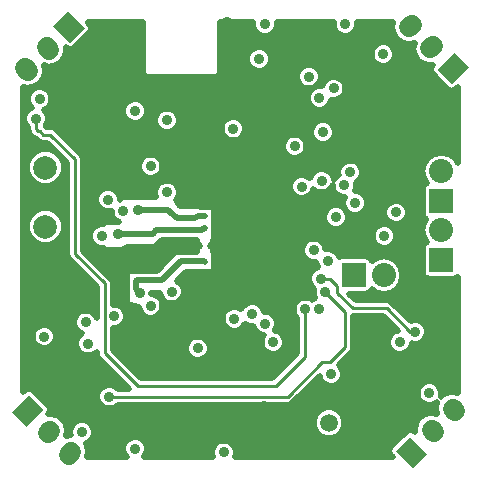
<source format=gbr>
G04 #@! TF.FileFunction,Copper,L2,Inr,Signal*
%FSLAX46Y46*%
G04 Gerber Fmt 4.6, Leading zero omitted, Abs format (unit mm)*
G04 Created by KiCad (PCBNEW (2014-12-04 BZR 5312)-product) date 8/23/2015 4:43:04 PM*
%MOMM*%
G01*
G04 APERTURE LIST*
%ADD10C,0.100000*%
%ADD11R,2.032000X2.032000*%
%ADD12O,2.032000X2.032000*%
%ADD13C,0.900000*%
%ADD14R,1.000000X1.000000*%
%ADD15C,1.727200*%
%ADD16R,2.235200X2.235200*%
%ADD17C,1.500000*%
%ADD18C,2.000000*%
%ADD19C,0.889000*%
%ADD20C,0.254000*%
%ADD21C,0.508000*%
%ADD22C,0.500000*%
G04 APERTURE END LIST*
D10*
D11*
X167000000Y-91750000D03*
D12*
X167000000Y-89210000D03*
D13*
X158900000Y-71750000D03*
X152100000Y-71750000D03*
D14*
X150000000Y-90000000D03*
X150000000Y-89000000D03*
X150000000Y-88000000D03*
X150000000Y-87000000D03*
X149000000Y-90000000D03*
X149000000Y-89000000D03*
X149000000Y-88000000D03*
X149000000Y-87000000D03*
X148000000Y-87000000D03*
X148000000Y-88000000D03*
X148000000Y-90000000D03*
X148000000Y-89000000D03*
X147000000Y-87000000D03*
X147000000Y-93000000D03*
X148000000Y-91000000D03*
X148000000Y-92000000D03*
X148000000Y-93000000D03*
X149000000Y-93000000D03*
X149000000Y-92000000D03*
X149000000Y-91000000D03*
X150000000Y-91000000D03*
X150000000Y-92000000D03*
X150000000Y-93000000D03*
X151000000Y-93000000D03*
X152000000Y-93000000D03*
X153000000Y-93000000D03*
X153000000Y-92000000D03*
X153000000Y-91000000D03*
X153000000Y-90000000D03*
X153000000Y-89000000D03*
X153000000Y-88000000D03*
X153000000Y-87000000D03*
X152000000Y-87000000D03*
X151000000Y-87000000D03*
X151000000Y-88000000D03*
X152000000Y-88000000D03*
X152000000Y-89000000D03*
X151000000Y-89000000D03*
X151000000Y-90000000D03*
X152000000Y-90000000D03*
X152000000Y-91000000D03*
X151000000Y-91000000D03*
X151000000Y-92000000D03*
X152000000Y-92000000D03*
D10*
G36*
X131892237Y-105829078D02*
X130670922Y-104607763D01*
X132107763Y-103170922D01*
X133329078Y-104392237D01*
X131892237Y-105829078D01*
X131892237Y-105829078D01*
G37*
D15*
X133688288Y-106403814D02*
X133903814Y-106188288D01*
X135484339Y-108199865D02*
X135699865Y-107984339D01*
D10*
G36*
X168107763Y-74170922D02*
X169329078Y-75392237D01*
X167892237Y-76829078D01*
X166670922Y-75607763D01*
X168107763Y-74170922D01*
X168107763Y-74170922D01*
G37*
D15*
X166311712Y-73596186D02*
X166096186Y-73811712D01*
X164515661Y-71800135D02*
X164300135Y-72015661D01*
D10*
G36*
X165829078Y-108107763D02*
X164607763Y-109329078D01*
X163170922Y-107892237D01*
X164392237Y-106670922D01*
X165829078Y-108107763D01*
X165829078Y-108107763D01*
G37*
D15*
X166403814Y-106311712D02*
X166188288Y-106096186D01*
X168199865Y-104515661D02*
X167984339Y-104300135D01*
D10*
G36*
X134170922Y-71892237D02*
X135392237Y-70670922D01*
X136829078Y-72107763D01*
X135607763Y-73329078D01*
X134170922Y-71892237D01*
X134170922Y-71892237D01*
G37*
D15*
X133596186Y-73688288D02*
X133811712Y-73903814D01*
X131800135Y-75484339D02*
X132015661Y-75699865D01*
D11*
X167000000Y-86750000D03*
D12*
X167000000Y-84210000D03*
D16*
X167000000Y-94250000D03*
D17*
X157500000Y-105500000D03*
X155500000Y-105500000D03*
D18*
X133500000Y-88900000D03*
X133500000Y-83900000D03*
D11*
X159600000Y-93000000D03*
D12*
X162140000Y-93000000D03*
D19*
X158000000Y-103000000D03*
X161850000Y-100900000D03*
X141300000Y-87500000D03*
X166200000Y-80400000D03*
X141200000Y-85000000D03*
X148000000Y-78500000D03*
X148000000Y-81250000D03*
X148000000Y-79750000D03*
X148000000Y-82500000D03*
X148000000Y-83750000D03*
X144750000Y-78500000D03*
X141000000Y-72000000D03*
X141000000Y-74500000D03*
X141750000Y-76750000D03*
X144750000Y-76750000D03*
X145500000Y-79750000D03*
X145500000Y-81250000D03*
X145500000Y-83750000D03*
X145500000Y-82500000D03*
X143250000Y-76750000D03*
X141000000Y-75750000D03*
X141000000Y-73250000D03*
X161100000Y-79000000D03*
X137600000Y-83900000D03*
X152000000Y-104100000D03*
X152500000Y-100900000D03*
X163000000Y-84400000D03*
X152800000Y-80600000D03*
X150700000Y-78800000D03*
X158300000Y-90400000D03*
X141500000Y-94500000D03*
X139600000Y-89500000D03*
X148900000Y-71600000D03*
X148900000Y-75100000D03*
X148000000Y-77000000D03*
X148900000Y-76300000D03*
X148900000Y-73900000D03*
X148900000Y-72700000D03*
X162500000Y-82800000D03*
X146800000Y-100900000D03*
X138600000Y-77900000D03*
X137400000Y-100600000D03*
X157500000Y-79600000D03*
X139700000Y-106200000D03*
X160400000Y-106500000D03*
X133800000Y-92900000D03*
X135500000Y-97000000D03*
X150600000Y-73100000D03*
X160400000Y-73100000D03*
X136900000Y-97000000D03*
X142400000Y-83800000D03*
X138800000Y-86600000D03*
X149400000Y-80600000D03*
X144200000Y-94400000D03*
X156200000Y-90900000D03*
X151000000Y-96300000D03*
X139300000Y-96500000D03*
X137100000Y-98800000D03*
X163500000Y-98700000D03*
X140100000Y-87600000D03*
X141100000Y-107700000D03*
X152800000Y-98700000D03*
X146400000Y-99200000D03*
X162200000Y-89700000D03*
X158100000Y-88100000D03*
X159300000Y-84300000D03*
X163200000Y-87700000D03*
X138300000Y-89700000D03*
X142400000Y-95600000D03*
X157700000Y-101400000D03*
X157900000Y-77200000D03*
X148600000Y-108000000D03*
X141100000Y-79100000D03*
X133400000Y-98200000D03*
X149500000Y-96700000D03*
X152100000Y-97100000D03*
X136600000Y-106300000D03*
X162100000Y-74300000D03*
X166000000Y-103000000D03*
X133000000Y-78100000D03*
X155800000Y-76200000D03*
X151600000Y-74700000D03*
X143800000Y-86000000D03*
X156700000Y-78000000D03*
X155200000Y-85500000D03*
X159700000Y-86900000D03*
X158800000Y-85400000D03*
X157200000Y-94400000D03*
X138900000Y-103300000D03*
X156800000Y-93300000D03*
X164800000Y-97800000D03*
X155500000Y-95900000D03*
X132700000Y-79750000D03*
X156900000Y-85000000D03*
X156700000Y-95850000D03*
X157400000Y-91800000D03*
X154600000Y-82100000D03*
X157000000Y-80900000D03*
X143800000Y-79900000D03*
D20*
X158000000Y-103000000D02*
X160400000Y-103000000D01*
X161850000Y-101550000D02*
X161850000Y-100900000D01*
X160400000Y-103000000D02*
X161850000Y-101550000D01*
D21*
X147000000Y-88000000D02*
X146400000Y-88000000D01*
X141300000Y-87500000D02*
X143900000Y-87500000D01*
X143900000Y-87500000D02*
X144050000Y-87650000D01*
X144050000Y-87650000D02*
X144600000Y-88200000D01*
X144600000Y-88200000D02*
X146200000Y-88200000D01*
X146400000Y-88000000D02*
X146200000Y-88200000D01*
X146900000Y-91800000D02*
X147000000Y-91900000D01*
X146300000Y-91800000D02*
X146900000Y-91800000D01*
X141500000Y-94600000D02*
X141500000Y-94500000D01*
X145000000Y-91800000D02*
X146300000Y-91800000D01*
X143400000Y-93400000D02*
X145000000Y-91800000D01*
X141300000Y-93400000D02*
X143400000Y-93400000D01*
X141200000Y-93500000D02*
X141300000Y-93400000D01*
X141200000Y-94200000D02*
X141200000Y-93500000D01*
X141500000Y-94500000D02*
X141200000Y-94200000D01*
X146700000Y-89200000D02*
X147000000Y-89000000D01*
X142600000Y-89500000D02*
X142900000Y-89200000D01*
X142900000Y-89200000D02*
X146700000Y-89200000D01*
X139600000Y-89500000D02*
X142600000Y-89500000D01*
D20*
X138900000Y-103300000D02*
X154000000Y-103300000D01*
X158900000Y-96100000D02*
X157200000Y-94400000D01*
X158900000Y-99100000D02*
X158900000Y-96100000D01*
X157600000Y-100400000D02*
X158900000Y-99100000D01*
X156900000Y-100400000D02*
X157600000Y-100400000D01*
X154000000Y-103300000D02*
X156900000Y-100400000D01*
X156800000Y-93300000D02*
X157600000Y-93300000D01*
X164400000Y-97800000D02*
X164800000Y-97800000D01*
X162400000Y-95800000D02*
X164400000Y-97800000D01*
X159500000Y-95800000D02*
X162400000Y-95800000D01*
X158200000Y-94500000D02*
X159500000Y-95800000D01*
X158200000Y-93900000D02*
X158200000Y-94500000D01*
X157600000Y-93300000D02*
X158200000Y-93900000D01*
X132700000Y-79750000D02*
X132700000Y-80650000D01*
X155500000Y-95900000D02*
X155500000Y-99900000D01*
X133900000Y-81100000D02*
X133600000Y-81100000D01*
X136000000Y-83200000D02*
X133900000Y-81100000D01*
X136000000Y-91200000D02*
X136000000Y-83200000D01*
X138500000Y-93700000D02*
X136000000Y-91200000D01*
X138500000Y-99600000D02*
X138500000Y-93700000D01*
X141300000Y-102400000D02*
X138500000Y-99600000D01*
X153000000Y-102400000D02*
X141300000Y-102400000D01*
X155500000Y-99900000D02*
X153000000Y-102400000D01*
X133300000Y-81100000D02*
X133600000Y-81100000D01*
X133000000Y-80800000D02*
X133300000Y-81100000D01*
X132850000Y-80800000D02*
X133000000Y-80800000D01*
X132700000Y-80650000D02*
X132850000Y-80800000D01*
D22*
G36*
X168400000Y-102951836D02*
X167962645Y-102864841D01*
X167421684Y-102972445D01*
X166963079Y-103278875D01*
X166957664Y-103286977D01*
X166994327Y-103198686D01*
X166994672Y-102803050D01*
X166843587Y-102437397D01*
X166564074Y-102157396D01*
X166198686Y-102005673D01*
X165803050Y-102005328D01*
X165794672Y-102008789D01*
X165794672Y-97603050D01*
X165643587Y-97237397D01*
X165364074Y-96957396D01*
X164998686Y-96805673D01*
X164603050Y-96805328D01*
X164433009Y-96875587D01*
X164194672Y-96637250D01*
X164194672Y-87503050D01*
X164043587Y-87137397D01*
X163764074Y-86857396D01*
X163398686Y-86705673D01*
X163094672Y-86705407D01*
X163094672Y-74103050D01*
X162943587Y-73737397D01*
X162664074Y-73457396D01*
X162298686Y-73305673D01*
X161903050Y-73305328D01*
X161537397Y-73456413D01*
X161257396Y-73735926D01*
X161105673Y-74101314D01*
X161105328Y-74496950D01*
X161256413Y-74862603D01*
X161535926Y-75142604D01*
X161901314Y-75294327D01*
X162296950Y-75294672D01*
X162662603Y-75143587D01*
X162942604Y-74864074D01*
X163094327Y-74498686D01*
X163094672Y-74103050D01*
X163094672Y-86705407D01*
X163003050Y-86705328D01*
X162637397Y-86856413D01*
X162357396Y-87135926D01*
X162205673Y-87501314D01*
X162205328Y-87896950D01*
X162356413Y-88262603D01*
X162635926Y-88542604D01*
X163001314Y-88694327D01*
X163396950Y-88694672D01*
X163762603Y-88543587D01*
X164042604Y-88264074D01*
X164194327Y-87898686D01*
X164194672Y-87503050D01*
X164194672Y-96637250D01*
X162878711Y-95321289D01*
X162659077Y-95174534D01*
X162400000Y-95123000D01*
X159780422Y-95123000D01*
X159234197Y-94576775D01*
X160616000Y-94576775D01*
X160825713Y-94536086D01*
X161010032Y-94415008D01*
X161133413Y-94232224D01*
X161138170Y-94208501D01*
X161540718Y-94477475D01*
X162140000Y-94596680D01*
X162739282Y-94477475D01*
X163247329Y-94138009D01*
X163586795Y-93629962D01*
X163706000Y-93030680D01*
X163706000Y-92969320D01*
X163586795Y-92370038D01*
X163247329Y-91861991D01*
X163194672Y-91826806D01*
X163194672Y-89503050D01*
X163043587Y-89137397D01*
X162764074Y-88857396D01*
X162398686Y-88705673D01*
X162003050Y-88705328D01*
X161637397Y-88856413D01*
X161357396Y-89135926D01*
X161205673Y-89501314D01*
X161205328Y-89896950D01*
X161356413Y-90262603D01*
X161635926Y-90542604D01*
X162001314Y-90694327D01*
X162396950Y-90694672D01*
X162762603Y-90543587D01*
X163042604Y-90264074D01*
X163194327Y-89898686D01*
X163194672Y-89503050D01*
X163194672Y-91826806D01*
X162739282Y-91522525D01*
X162140000Y-91403320D01*
X161540718Y-91522525D01*
X161139281Y-91790756D01*
X161136086Y-91774287D01*
X161015008Y-91589968D01*
X160832224Y-91466587D01*
X160694672Y-91439002D01*
X160694672Y-86703050D01*
X160543587Y-86337397D01*
X160264074Y-86057396D01*
X159898686Y-85905673D01*
X159666938Y-85905470D01*
X159794327Y-85598686D01*
X159794672Y-85203050D01*
X159783591Y-85176233D01*
X159862603Y-85143587D01*
X160142604Y-84864074D01*
X160294327Y-84498686D01*
X160294672Y-84103050D01*
X160143587Y-83737397D01*
X159864074Y-83457396D01*
X159498686Y-83305673D01*
X159103050Y-83305328D01*
X158894672Y-83391428D01*
X158894672Y-77003050D01*
X158743587Y-76637397D01*
X158464074Y-76357396D01*
X158098686Y-76205673D01*
X157703050Y-76205328D01*
X157337397Y-76356413D01*
X157057396Y-76635926D01*
X156905673Y-77001314D01*
X156905666Y-77008571D01*
X156898686Y-77005673D01*
X156794672Y-77005582D01*
X156794672Y-76003050D01*
X156643587Y-75637397D01*
X156364074Y-75357396D01*
X155998686Y-75205673D01*
X155603050Y-75205328D01*
X155237397Y-75356413D01*
X154957396Y-75635926D01*
X154805673Y-76001314D01*
X154805328Y-76396950D01*
X154956413Y-76762603D01*
X155235926Y-77042604D01*
X155601314Y-77194327D01*
X155996950Y-77194672D01*
X156362603Y-77043587D01*
X156642604Y-76764074D01*
X156794327Y-76398686D01*
X156794672Y-76003050D01*
X156794672Y-77005582D01*
X156503050Y-77005328D01*
X156137397Y-77156413D01*
X155857396Y-77435926D01*
X155705673Y-77801314D01*
X155705328Y-78196950D01*
X155856413Y-78562603D01*
X156135926Y-78842604D01*
X156501314Y-78994327D01*
X156896950Y-78994672D01*
X157262603Y-78843587D01*
X157542604Y-78564074D01*
X157694327Y-78198686D01*
X157694333Y-78191428D01*
X157701314Y-78194327D01*
X158096950Y-78194672D01*
X158462603Y-78043587D01*
X158742604Y-77764074D01*
X158894327Y-77398686D01*
X158894672Y-77003050D01*
X158894672Y-83391428D01*
X158737397Y-83456413D01*
X158457396Y-83735926D01*
X158305673Y-84101314D01*
X158305328Y-84496950D01*
X158316408Y-84523766D01*
X158237397Y-84556413D01*
X157994672Y-84798714D01*
X157994672Y-80703050D01*
X157843587Y-80337397D01*
X157564074Y-80057396D01*
X157198686Y-79905673D01*
X156803050Y-79905328D01*
X156437397Y-80056413D01*
X156157396Y-80335926D01*
X156005673Y-80701314D01*
X156005328Y-81096950D01*
X156156413Y-81462603D01*
X156435926Y-81742604D01*
X156801314Y-81894327D01*
X157196950Y-81894672D01*
X157562603Y-81743587D01*
X157842604Y-81464074D01*
X157994327Y-81098686D01*
X157994672Y-80703050D01*
X157994672Y-84798714D01*
X157957396Y-84835926D01*
X157894511Y-84987368D01*
X157894672Y-84803050D01*
X157743587Y-84437397D01*
X157464074Y-84157396D01*
X157098686Y-84005673D01*
X156703050Y-84005328D01*
X156337397Y-84156413D01*
X156057396Y-84435926D01*
X155906280Y-84799850D01*
X155764074Y-84657396D01*
X155594672Y-84587053D01*
X155594672Y-81903050D01*
X155443587Y-81537397D01*
X155164074Y-81257396D01*
X154798686Y-81105673D01*
X154403050Y-81105328D01*
X154037397Y-81256413D01*
X153757396Y-81535926D01*
X153605673Y-81901314D01*
X153605328Y-82296950D01*
X153756413Y-82662603D01*
X154035926Y-82942604D01*
X154401314Y-83094327D01*
X154796950Y-83094672D01*
X155162603Y-82943587D01*
X155442604Y-82664074D01*
X155594327Y-82298686D01*
X155594672Y-81903050D01*
X155594672Y-84587053D01*
X155398686Y-84505673D01*
X155003050Y-84505328D01*
X154637397Y-84656413D01*
X154357396Y-84935926D01*
X154205673Y-85301314D01*
X154205328Y-85696950D01*
X154356413Y-86062603D01*
X154635926Y-86342604D01*
X155001314Y-86494327D01*
X155396950Y-86494672D01*
X155762603Y-86343587D01*
X156042604Y-86064074D01*
X156193719Y-85700149D01*
X156335926Y-85842604D01*
X156701314Y-85994327D01*
X157096950Y-85994672D01*
X157462603Y-85843587D01*
X157742604Y-85564074D01*
X157805488Y-85412631D01*
X157805328Y-85596950D01*
X157956413Y-85962603D01*
X158235926Y-86242604D01*
X158601314Y-86394327D01*
X158833061Y-86394529D01*
X158705673Y-86701314D01*
X158705328Y-87096950D01*
X158847577Y-87441220D01*
X158664074Y-87257396D01*
X158298686Y-87105673D01*
X157903050Y-87105328D01*
X157537397Y-87256413D01*
X157257396Y-87535926D01*
X157105673Y-87901314D01*
X157105328Y-88296950D01*
X157256413Y-88662603D01*
X157535926Y-88942604D01*
X157901314Y-89094327D01*
X158296950Y-89094672D01*
X158662603Y-88943587D01*
X158942604Y-88664074D01*
X159094327Y-88298686D01*
X159094672Y-87903050D01*
X158952422Y-87558779D01*
X159135926Y-87742604D01*
X159501314Y-87894327D01*
X159896950Y-87894672D01*
X160262603Y-87743587D01*
X160542604Y-87464074D01*
X160694327Y-87098686D01*
X160694672Y-86703050D01*
X160694672Y-91439002D01*
X160616000Y-91423225D01*
X158584000Y-91423225D01*
X158374287Y-91463914D01*
X158345103Y-91483084D01*
X158243587Y-91237397D01*
X157964074Y-90957396D01*
X157598686Y-90805673D01*
X157203050Y-90805328D01*
X157194579Y-90808827D01*
X157194672Y-90703050D01*
X157043587Y-90337397D01*
X156764074Y-90057396D01*
X156398686Y-89905673D01*
X156003050Y-89905328D01*
X155637397Y-90056413D01*
X155357396Y-90335926D01*
X155205673Y-90701314D01*
X155205328Y-91096950D01*
X155356413Y-91462603D01*
X155635926Y-91742604D01*
X156001314Y-91894327D01*
X156396950Y-91894672D01*
X156405420Y-91891172D01*
X156405328Y-91996950D01*
X156542999Y-92330140D01*
X156237397Y-92456413D01*
X155957396Y-92735926D01*
X155805673Y-93101314D01*
X155805328Y-93496950D01*
X155956413Y-93862603D01*
X156231777Y-94138448D01*
X156205673Y-94201314D01*
X156205328Y-94596950D01*
X156339935Y-94922725D01*
X156137397Y-95006413D01*
X156075180Y-95068521D01*
X156064074Y-95057396D01*
X155698686Y-94905673D01*
X155303050Y-94905328D01*
X154937397Y-95056413D01*
X154657396Y-95335926D01*
X154505673Y-95701314D01*
X154505328Y-96096950D01*
X154656413Y-96462603D01*
X154823000Y-96629480D01*
X154823000Y-99619578D01*
X153794672Y-100647906D01*
X153794672Y-98503050D01*
X153643587Y-98137397D01*
X153364074Y-97857396D01*
X152998686Y-97705673D01*
X152901017Y-97705587D01*
X152942604Y-97664074D01*
X153094327Y-97298686D01*
X153094672Y-96903050D01*
X152943587Y-96537397D01*
X152664074Y-96257396D01*
X152594672Y-96228577D01*
X152594672Y-74503050D01*
X152443587Y-74137397D01*
X152164074Y-73857396D01*
X151798686Y-73705673D01*
X151403050Y-73705328D01*
X151037397Y-73856413D01*
X150757396Y-74135926D01*
X150605673Y-74501314D01*
X150605328Y-74896950D01*
X150756413Y-75262603D01*
X151035926Y-75542604D01*
X151401314Y-75694327D01*
X151796950Y-75694672D01*
X152162603Y-75543587D01*
X152442604Y-75264074D01*
X152594327Y-74898686D01*
X152594672Y-74503050D01*
X152594672Y-96228577D01*
X152298686Y-96105673D01*
X151994669Y-96105407D01*
X151994672Y-96103050D01*
X151843587Y-95737397D01*
X151564074Y-95457396D01*
X151198686Y-95305673D01*
X150803050Y-95305328D01*
X150437397Y-95456413D01*
X150394672Y-95499063D01*
X150394672Y-80403050D01*
X150243587Y-80037397D01*
X149964074Y-79757396D01*
X149598686Y-79605673D01*
X149203050Y-79605328D01*
X148837397Y-79756413D01*
X148557396Y-80035926D01*
X148405673Y-80401314D01*
X148405328Y-80796950D01*
X148556413Y-81162603D01*
X148835926Y-81442604D01*
X149201314Y-81594327D01*
X149596950Y-81594672D01*
X149962603Y-81443587D01*
X150242604Y-81164074D01*
X150394327Y-80798686D01*
X150394672Y-80403050D01*
X150394672Y-95499063D01*
X150157396Y-95735926D01*
X150094359Y-95887734D01*
X150064074Y-95857396D01*
X149698686Y-95705673D01*
X149303050Y-95705328D01*
X148937397Y-95856413D01*
X148657396Y-96135926D01*
X148505673Y-96501314D01*
X148505328Y-96896950D01*
X148656413Y-97262603D01*
X148935926Y-97542604D01*
X149301314Y-97694327D01*
X149696950Y-97694672D01*
X150062603Y-97543587D01*
X150342604Y-97264074D01*
X150405640Y-97112265D01*
X150435926Y-97142604D01*
X150801314Y-97294327D01*
X151105330Y-97294592D01*
X151105328Y-97296950D01*
X151256413Y-97662603D01*
X151535926Y-97942604D01*
X151901314Y-98094327D01*
X151998982Y-98094412D01*
X151957396Y-98135926D01*
X151805673Y-98501314D01*
X151805328Y-98896950D01*
X151956413Y-99262603D01*
X152235926Y-99542604D01*
X152601314Y-99694327D01*
X152996950Y-99694672D01*
X153362603Y-99543587D01*
X153642604Y-99264074D01*
X153794327Y-98898686D01*
X153794672Y-98503050D01*
X153794672Y-100647906D01*
X152719578Y-101723000D01*
X147775000Y-101723000D01*
X147775000Y-92775000D01*
X147775000Y-91075000D01*
X147676934Y-91075000D01*
X147677117Y-90865927D01*
X147574267Y-90617011D01*
X147457422Y-90499962D01*
X147573598Y-90383990D01*
X147676882Y-90135254D01*
X147676978Y-90025000D01*
X147775000Y-90025000D01*
X147775000Y-87050000D01*
X146830882Y-87050000D01*
X146180882Y-87150000D01*
X144920806Y-87150000D01*
X144538515Y-86667981D01*
X144642604Y-86564074D01*
X144794327Y-86198686D01*
X144794672Y-85803050D01*
X144794672Y-79703050D01*
X144643587Y-79337397D01*
X144364074Y-79057396D01*
X143998686Y-78905673D01*
X143603050Y-78905328D01*
X143237397Y-79056413D01*
X142957396Y-79335926D01*
X142805673Y-79701314D01*
X142805328Y-80096950D01*
X142956413Y-80462603D01*
X143235926Y-80742604D01*
X143601314Y-80894327D01*
X143996950Y-80894672D01*
X144362603Y-80743587D01*
X144642604Y-80464074D01*
X144794327Y-80098686D01*
X144794672Y-79703050D01*
X144794672Y-85803050D01*
X144643587Y-85437397D01*
X144364074Y-85157396D01*
X143998686Y-85005673D01*
X143603050Y-85005328D01*
X143394672Y-85091428D01*
X143394672Y-83603050D01*
X143243587Y-83237397D01*
X142964074Y-82957396D01*
X142598686Y-82805673D01*
X142203050Y-82805328D01*
X142094672Y-82850108D01*
X142094672Y-78903050D01*
X141943587Y-78537397D01*
X141664074Y-78257396D01*
X141298686Y-78105673D01*
X140903050Y-78105328D01*
X140537397Y-78256413D01*
X140257396Y-78535926D01*
X140105673Y-78901314D01*
X140105328Y-79296950D01*
X140256413Y-79662603D01*
X140535926Y-79942604D01*
X140901314Y-80094327D01*
X141296950Y-80094672D01*
X141662603Y-79943587D01*
X141942604Y-79664074D01*
X142094327Y-79298686D01*
X142094672Y-78903050D01*
X142094672Y-82850108D01*
X141837397Y-82956413D01*
X141557396Y-83235926D01*
X141405673Y-83601314D01*
X141405328Y-83996950D01*
X141556413Y-84362603D01*
X141835926Y-84642604D01*
X142201314Y-84794327D01*
X142596950Y-84794672D01*
X142962603Y-84643587D01*
X143242604Y-84364074D01*
X143394327Y-83998686D01*
X143394672Y-83603050D01*
X143394672Y-85091428D01*
X143237397Y-85156413D01*
X142957396Y-85435926D01*
X142805673Y-85801314D01*
X142805328Y-86196950D01*
X142899556Y-86425000D01*
X139850000Y-86425000D01*
X139850000Y-86627247D01*
X139794456Y-86650198D01*
X139794672Y-86403050D01*
X139643587Y-86037397D01*
X139364074Y-85757396D01*
X138998686Y-85605673D01*
X138603050Y-85605328D01*
X138237397Y-85756413D01*
X137957396Y-86035926D01*
X137805673Y-86401314D01*
X137805328Y-86796950D01*
X137956413Y-87162603D01*
X138235926Y-87442604D01*
X138601314Y-87594327D01*
X138996950Y-87594672D01*
X139105543Y-87549801D01*
X139105328Y-87796950D01*
X139256413Y-88162603D01*
X139535926Y-88442604D01*
X139734356Y-88525000D01*
X138475000Y-88525000D01*
X138475000Y-88705652D01*
X138103050Y-88705328D01*
X137737397Y-88856413D01*
X137457396Y-89135926D01*
X137305673Y-89501314D01*
X137305328Y-89896950D01*
X137456413Y-90262603D01*
X137735926Y-90542604D01*
X138101314Y-90694327D01*
X138475000Y-90694652D01*
X138475000Y-90850000D01*
X139947172Y-90850000D01*
X140522172Y-90625000D01*
X142806683Y-90625000D01*
X143381683Y-90025000D01*
X146322978Y-90025000D01*
X146322883Y-90134073D01*
X146425733Y-90382989D01*
X146542577Y-90500037D01*
X146426402Y-90616010D01*
X146323118Y-90864746D01*
X146322934Y-91075000D01*
X144700000Y-91075000D01*
X144496447Y-91075000D01*
X142921447Y-92650000D01*
X140400000Y-92650000D01*
X140400000Y-95467070D01*
X141367239Y-95725000D01*
X141405390Y-95725000D01*
X141405328Y-95796950D01*
X141556413Y-96162603D01*
X141835926Y-96442604D01*
X142201314Y-96594327D01*
X142596950Y-96594672D01*
X142962603Y-96443587D01*
X143242604Y-96164074D01*
X143394327Y-95798686D01*
X143394672Y-95403050D01*
X143243587Y-95037397D01*
X142964074Y-94757396D01*
X142598686Y-94605673D01*
X142475000Y-94605565D01*
X142475000Y-94525000D01*
X143205390Y-94525000D01*
X143205328Y-94596950D01*
X143356413Y-94962603D01*
X143635926Y-95242604D01*
X144001314Y-95394327D01*
X144396950Y-95394672D01*
X144762603Y-95243587D01*
X145042604Y-94964074D01*
X145194327Y-94598686D01*
X145194672Y-94203050D01*
X145043587Y-93837397D01*
X144764074Y-93557396D01*
X144637325Y-93504765D01*
X145377516Y-92775000D01*
X147775000Y-92775000D01*
X147775000Y-101723000D01*
X147394672Y-101723000D01*
X147394672Y-99003050D01*
X147243587Y-98637397D01*
X146964074Y-98357396D01*
X146598686Y-98205673D01*
X146203050Y-98205328D01*
X145837397Y-98356413D01*
X145557396Y-98635926D01*
X145405673Y-99001314D01*
X145405328Y-99396950D01*
X145556413Y-99762603D01*
X145835926Y-100042604D01*
X146201314Y-100194327D01*
X146596950Y-100194672D01*
X146962603Y-100043587D01*
X147242604Y-99764074D01*
X147394327Y-99398686D01*
X147394672Y-99003050D01*
X147394672Y-101723000D01*
X141580422Y-101723000D01*
X139177000Y-99319578D01*
X139177000Y-97494392D01*
X139496950Y-97494672D01*
X139862603Y-97343587D01*
X140142604Y-97064074D01*
X140294327Y-96698686D01*
X140294672Y-96303050D01*
X140143587Y-95937397D01*
X139864074Y-95657396D01*
X139498686Y-95505673D01*
X139177000Y-95505392D01*
X139177000Y-93700000D01*
X139125466Y-93440924D01*
X139125466Y-93440923D01*
X138978711Y-93221289D01*
X136677000Y-90919578D01*
X136677000Y-83200000D01*
X136625466Y-82940924D01*
X136625466Y-82940923D01*
X136552088Y-82831106D01*
X136478711Y-82721289D01*
X136478711Y-82721288D01*
X134378711Y-80621289D01*
X134159077Y-80474534D01*
X133900000Y-80423000D01*
X133600000Y-80423000D01*
X133580422Y-80423000D01*
X133507018Y-80349596D01*
X133542604Y-80314074D01*
X133694327Y-79948686D01*
X133694672Y-79553050D01*
X133543587Y-79187397D01*
X133376828Y-79020347D01*
X133562603Y-78943587D01*
X133842604Y-78664074D01*
X133994327Y-78298686D01*
X133994672Y-77903050D01*
X133843587Y-77537397D01*
X133564074Y-77257396D01*
X133198686Y-77105673D01*
X132803050Y-77105328D01*
X132437397Y-77256413D01*
X132157396Y-77535926D01*
X132005673Y-77901314D01*
X132005328Y-78296950D01*
X132156413Y-78662603D01*
X132323171Y-78829652D01*
X132137397Y-78906413D01*
X131857396Y-79185926D01*
X131705673Y-79551314D01*
X131705328Y-79946950D01*
X131856413Y-80312603D01*
X132023000Y-80479480D01*
X132023000Y-80650000D01*
X132074534Y-80909077D01*
X132221289Y-81128711D01*
X132371289Y-81278711D01*
X132590923Y-81425466D01*
X132590924Y-81425466D01*
X132687193Y-81444615D01*
X132821289Y-81578711D01*
X133040923Y-81725466D01*
X133040924Y-81725466D01*
X133300000Y-81777000D01*
X133600000Y-81777000D01*
X133619577Y-81777000D01*
X135323000Y-83480422D01*
X135323000Y-91200000D01*
X135374534Y-91459077D01*
X135521289Y-91678711D01*
X137823000Y-93980422D01*
X137823000Y-96629590D01*
X137743587Y-96437397D01*
X137464074Y-96157396D01*
X137098686Y-96005673D01*
X136703050Y-96005328D01*
X136337397Y-96156413D01*
X136057396Y-96435926D01*
X135905673Y-96801314D01*
X135905328Y-97196950D01*
X136056413Y-97562603D01*
X136335926Y-97842604D01*
X136573791Y-97941374D01*
X136537397Y-97956413D01*
X136257396Y-98235926D01*
X136105673Y-98601314D01*
X136105328Y-98996950D01*
X136256413Y-99362603D01*
X136535926Y-99642604D01*
X136901314Y-99794327D01*
X137296950Y-99794672D01*
X137662603Y-99643587D01*
X137823000Y-99483469D01*
X137823000Y-99600000D01*
X137874534Y-99859077D01*
X138021289Y-100078711D01*
X140565578Y-102623000D01*
X139629389Y-102623000D01*
X139464074Y-102457396D01*
X139098686Y-102305673D01*
X138703050Y-102305328D01*
X138337397Y-102456413D01*
X138057396Y-102735926D01*
X137905673Y-103101314D01*
X137905328Y-103496950D01*
X138056413Y-103862603D01*
X138335926Y-104142604D01*
X138701314Y-104294327D01*
X139096950Y-104294672D01*
X139462603Y-104143587D01*
X139629480Y-103977000D01*
X154000000Y-103977000D01*
X154259076Y-103925466D01*
X154259077Y-103925466D01*
X154478711Y-103778711D01*
X156705367Y-101552055D01*
X156705328Y-101596950D01*
X156856413Y-101962603D01*
X157135926Y-102242604D01*
X157501314Y-102394327D01*
X157896950Y-102394672D01*
X158262603Y-102243587D01*
X158542604Y-101964074D01*
X158694327Y-101598686D01*
X158694672Y-101203050D01*
X158543587Y-100837397D01*
X158331990Y-100625431D01*
X159378711Y-99578711D01*
X159378712Y-99578711D01*
X159525466Y-99359077D01*
X159525467Y-99359076D01*
X159577000Y-99100000D01*
X159577000Y-96477000D01*
X162119578Y-96477000D01*
X163347945Y-97705367D01*
X163303050Y-97705328D01*
X162937397Y-97856413D01*
X162657396Y-98135926D01*
X162505673Y-98501314D01*
X162505328Y-98896950D01*
X162656413Y-99262603D01*
X162935926Y-99542604D01*
X163301314Y-99694327D01*
X163696950Y-99694672D01*
X164062603Y-99543587D01*
X164342604Y-99264074D01*
X164494327Y-98898686D01*
X164494456Y-98749955D01*
X164601314Y-98794327D01*
X164996950Y-98794672D01*
X165362603Y-98643587D01*
X165642604Y-98364074D01*
X165794327Y-97998686D01*
X165794672Y-97603050D01*
X165794672Y-102008789D01*
X165437397Y-102156413D01*
X165157396Y-102435926D01*
X165005673Y-102801314D01*
X165005328Y-103196950D01*
X165156413Y-103562603D01*
X165435926Y-103842604D01*
X165801314Y-103994327D01*
X166196950Y-103994672D01*
X166562603Y-103843587D01*
X166653614Y-103752733D01*
X166549045Y-104278441D01*
X166644008Y-104755855D01*
X166166594Y-104660892D01*
X165625633Y-104768496D01*
X165167028Y-105074926D01*
X164860598Y-105533531D01*
X164752994Y-106074492D01*
X164793748Y-106279377D01*
X164788765Y-106274394D01*
X164611704Y-106154876D01*
X164395756Y-106110158D01*
X164179264Y-106152163D01*
X163995709Y-106274394D01*
X162774394Y-107495709D01*
X162654876Y-107672770D01*
X162610158Y-107888718D01*
X162652163Y-108105210D01*
X162774394Y-108288765D01*
X162885629Y-108400000D01*
X158800226Y-108400000D01*
X158800226Y-105242548D01*
X158602729Y-104764571D01*
X158237353Y-104398556D01*
X157759721Y-104200226D01*
X157242548Y-104199774D01*
X156764571Y-104397271D01*
X156398556Y-104762647D01*
X156200226Y-105240279D01*
X156199774Y-105757452D01*
X156397271Y-106235429D01*
X156762647Y-106601444D01*
X157240279Y-106799774D01*
X157757452Y-106800226D01*
X158235429Y-106602729D01*
X158601444Y-106237353D01*
X158799774Y-105759721D01*
X158800226Y-105242548D01*
X158800226Y-108400000D01*
X149510733Y-108400000D01*
X149594327Y-108198686D01*
X149594672Y-107803050D01*
X149443587Y-107437397D01*
X149164074Y-107157396D01*
X148798686Y-107005673D01*
X148403050Y-107005328D01*
X148037397Y-107156413D01*
X147757396Y-107435926D01*
X147605673Y-107801314D01*
X147605328Y-108196950D01*
X147689226Y-108400000D01*
X141806440Y-108400000D01*
X141942604Y-108264074D01*
X142094327Y-107898686D01*
X142094672Y-107503050D01*
X141943587Y-107137397D01*
X141664074Y-106857396D01*
X141298686Y-106705673D01*
X140903050Y-106705328D01*
X140537397Y-106856413D01*
X140257396Y-107135926D01*
X140105673Y-107501314D01*
X140105328Y-107896950D01*
X140256413Y-108262603D01*
X140393570Y-108400000D01*
X137048163Y-108400000D01*
X137135159Y-107962645D01*
X137027555Y-107421683D01*
X136911157Y-107247482D01*
X137162603Y-107143587D01*
X137442604Y-106864074D01*
X137594327Y-106498686D01*
X137594672Y-106103050D01*
X137443587Y-105737397D01*
X137164074Y-105457396D01*
X136798686Y-105305673D01*
X136403050Y-105305328D01*
X136037397Y-105456413D01*
X135757396Y-105735926D01*
X135605673Y-106101314D01*
X135605328Y-106496950D01*
X135634045Y-106566452D01*
X135244144Y-106644008D01*
X135339108Y-106166594D01*
X135231504Y-105625632D01*
X135050268Y-105354393D01*
X135050268Y-88593039D01*
X135050268Y-83593039D01*
X134814792Y-83023143D01*
X134379151Y-82586740D01*
X133809667Y-82350270D01*
X133193039Y-82349732D01*
X132623143Y-82585208D01*
X132186740Y-83020849D01*
X131950270Y-83590333D01*
X131949732Y-84206961D01*
X132185208Y-84776857D01*
X132620849Y-85213260D01*
X133190333Y-85449730D01*
X133806961Y-85450268D01*
X134376857Y-85214792D01*
X134813260Y-84779151D01*
X135049730Y-84209667D01*
X135050268Y-83593039D01*
X135050268Y-88593039D01*
X134814792Y-88023143D01*
X134379151Y-87586740D01*
X133809667Y-87350270D01*
X133193039Y-87349732D01*
X132623143Y-87585208D01*
X132186740Y-88020849D01*
X131950270Y-88590333D01*
X131949732Y-89206961D01*
X132185208Y-89776857D01*
X132620849Y-90213260D01*
X133190333Y-90449730D01*
X133806961Y-90450268D01*
X134376857Y-90214792D01*
X134813260Y-89779151D01*
X135049730Y-89209667D01*
X135050268Y-88593039D01*
X135050268Y-105354393D01*
X134925074Y-105167028D01*
X134466470Y-104860598D01*
X134394672Y-104846316D01*
X134394672Y-98003050D01*
X134243587Y-97637397D01*
X133964074Y-97357396D01*
X133598686Y-97205673D01*
X133203050Y-97205328D01*
X132837397Y-97356413D01*
X132557396Y-97635926D01*
X132405673Y-98001314D01*
X132405328Y-98396950D01*
X132556413Y-98762603D01*
X132835926Y-99042604D01*
X133201314Y-99194327D01*
X133596950Y-99194672D01*
X133962603Y-99043587D01*
X134242604Y-98764074D01*
X134394327Y-98398686D01*
X134394672Y-98003050D01*
X134394672Y-104846316D01*
X133925508Y-104752994D01*
X133720622Y-104793748D01*
X133725606Y-104788765D01*
X133845124Y-104611704D01*
X133889842Y-104395756D01*
X133847837Y-104179264D01*
X133725606Y-103995709D01*
X132504291Y-102774394D01*
X132327230Y-102654876D01*
X132111282Y-102610158D01*
X131894790Y-102652163D01*
X131711235Y-102774394D01*
X131600000Y-102885629D01*
X131600000Y-77048163D01*
X132037355Y-77135159D01*
X132578317Y-77027555D01*
X133036921Y-76721125D01*
X133343351Y-76262521D01*
X133450955Y-75721559D01*
X133355991Y-75244144D01*
X133833406Y-75339108D01*
X134374368Y-75231504D01*
X134832972Y-74925074D01*
X135139402Y-74466470D01*
X135247006Y-73925508D01*
X135206251Y-73720622D01*
X135211235Y-73725606D01*
X135388296Y-73845124D01*
X135604244Y-73889842D01*
X135820736Y-73847837D01*
X136004291Y-73725606D01*
X137225606Y-72504291D01*
X137345124Y-72327230D01*
X137389842Y-72111282D01*
X137347837Y-71894790D01*
X137225606Y-71711235D01*
X137114371Y-71600000D01*
X141750000Y-71600000D01*
X141750000Y-76003553D01*
X141996447Y-76250000D01*
X148003553Y-76250000D01*
X148250000Y-76003553D01*
X148250000Y-71600000D01*
X151100130Y-71600000D01*
X151099827Y-71948040D01*
X151251747Y-72315714D01*
X151532806Y-72597264D01*
X151900215Y-72749826D01*
X152298040Y-72750173D01*
X152665714Y-72598253D01*
X152947264Y-72317194D01*
X153099826Y-71949785D01*
X153100131Y-71600000D01*
X157900130Y-71600000D01*
X157899827Y-71948040D01*
X158051747Y-72315714D01*
X158332806Y-72597264D01*
X158700215Y-72749826D01*
X159098040Y-72750173D01*
X159465714Y-72598253D01*
X159747264Y-72317194D01*
X159899826Y-71949785D01*
X159900131Y-71600000D01*
X162951836Y-71600000D01*
X162864841Y-72037355D01*
X162972445Y-72578316D01*
X163278875Y-73036921D01*
X163737480Y-73343351D01*
X164278441Y-73450955D01*
X164755855Y-73355991D01*
X164660892Y-73833406D01*
X164768496Y-74374367D01*
X165074926Y-74832972D01*
X165533531Y-75139402D01*
X166074492Y-75247006D01*
X166279377Y-75206251D01*
X166274394Y-75211235D01*
X166154876Y-75388296D01*
X166110158Y-75604244D01*
X166152163Y-75820736D01*
X166274394Y-76004291D01*
X167495709Y-77225606D01*
X167672770Y-77345124D01*
X167888718Y-77389842D01*
X168105210Y-77347837D01*
X168288765Y-77225606D01*
X168400000Y-77114371D01*
X168400000Y-83494768D01*
X168138009Y-83102671D01*
X167629962Y-82763205D01*
X167030680Y-82644000D01*
X166969320Y-82644000D01*
X166370038Y-82763205D01*
X165861991Y-83102671D01*
X165522525Y-83610718D01*
X165403320Y-84210000D01*
X165522525Y-84809282D01*
X165790756Y-85210718D01*
X165774287Y-85213914D01*
X165589968Y-85334992D01*
X165466587Y-85517776D01*
X165423225Y-85734000D01*
X165423225Y-87766000D01*
X165463914Y-87975713D01*
X165584992Y-88160032D01*
X165749476Y-88271060D01*
X165522525Y-88610718D01*
X165403320Y-89210000D01*
X165522525Y-89809282D01*
X165790756Y-90210718D01*
X165774287Y-90213914D01*
X165589968Y-90334992D01*
X165466587Y-90517776D01*
X165423225Y-90734000D01*
X165423225Y-92766000D01*
X165463914Y-92975713D01*
X165584992Y-93160032D01*
X165767776Y-93283413D01*
X165984000Y-93326775D01*
X168016000Y-93326775D01*
X168225713Y-93286086D01*
X168400000Y-93171597D01*
X168400000Y-102951836D01*
X168400000Y-102951836D01*
G37*
X168400000Y-102951836D02*
X167962645Y-102864841D01*
X167421684Y-102972445D01*
X166963079Y-103278875D01*
X166957664Y-103286977D01*
X166994327Y-103198686D01*
X166994672Y-102803050D01*
X166843587Y-102437397D01*
X166564074Y-102157396D01*
X166198686Y-102005673D01*
X165803050Y-102005328D01*
X165794672Y-102008789D01*
X165794672Y-97603050D01*
X165643587Y-97237397D01*
X165364074Y-96957396D01*
X164998686Y-96805673D01*
X164603050Y-96805328D01*
X164433009Y-96875587D01*
X164194672Y-96637250D01*
X164194672Y-87503050D01*
X164043587Y-87137397D01*
X163764074Y-86857396D01*
X163398686Y-86705673D01*
X163094672Y-86705407D01*
X163094672Y-74103050D01*
X162943587Y-73737397D01*
X162664074Y-73457396D01*
X162298686Y-73305673D01*
X161903050Y-73305328D01*
X161537397Y-73456413D01*
X161257396Y-73735926D01*
X161105673Y-74101314D01*
X161105328Y-74496950D01*
X161256413Y-74862603D01*
X161535926Y-75142604D01*
X161901314Y-75294327D01*
X162296950Y-75294672D01*
X162662603Y-75143587D01*
X162942604Y-74864074D01*
X163094327Y-74498686D01*
X163094672Y-74103050D01*
X163094672Y-86705407D01*
X163003050Y-86705328D01*
X162637397Y-86856413D01*
X162357396Y-87135926D01*
X162205673Y-87501314D01*
X162205328Y-87896950D01*
X162356413Y-88262603D01*
X162635926Y-88542604D01*
X163001314Y-88694327D01*
X163396950Y-88694672D01*
X163762603Y-88543587D01*
X164042604Y-88264074D01*
X164194327Y-87898686D01*
X164194672Y-87503050D01*
X164194672Y-96637250D01*
X162878711Y-95321289D01*
X162659077Y-95174534D01*
X162400000Y-95123000D01*
X159780422Y-95123000D01*
X159234197Y-94576775D01*
X160616000Y-94576775D01*
X160825713Y-94536086D01*
X161010032Y-94415008D01*
X161133413Y-94232224D01*
X161138170Y-94208501D01*
X161540718Y-94477475D01*
X162140000Y-94596680D01*
X162739282Y-94477475D01*
X163247329Y-94138009D01*
X163586795Y-93629962D01*
X163706000Y-93030680D01*
X163706000Y-92969320D01*
X163586795Y-92370038D01*
X163247329Y-91861991D01*
X163194672Y-91826806D01*
X163194672Y-89503050D01*
X163043587Y-89137397D01*
X162764074Y-88857396D01*
X162398686Y-88705673D01*
X162003050Y-88705328D01*
X161637397Y-88856413D01*
X161357396Y-89135926D01*
X161205673Y-89501314D01*
X161205328Y-89896950D01*
X161356413Y-90262603D01*
X161635926Y-90542604D01*
X162001314Y-90694327D01*
X162396950Y-90694672D01*
X162762603Y-90543587D01*
X163042604Y-90264074D01*
X163194327Y-89898686D01*
X163194672Y-89503050D01*
X163194672Y-91826806D01*
X162739282Y-91522525D01*
X162140000Y-91403320D01*
X161540718Y-91522525D01*
X161139281Y-91790756D01*
X161136086Y-91774287D01*
X161015008Y-91589968D01*
X160832224Y-91466587D01*
X160694672Y-91439002D01*
X160694672Y-86703050D01*
X160543587Y-86337397D01*
X160264074Y-86057396D01*
X159898686Y-85905673D01*
X159666938Y-85905470D01*
X159794327Y-85598686D01*
X159794672Y-85203050D01*
X159783591Y-85176233D01*
X159862603Y-85143587D01*
X160142604Y-84864074D01*
X160294327Y-84498686D01*
X160294672Y-84103050D01*
X160143587Y-83737397D01*
X159864074Y-83457396D01*
X159498686Y-83305673D01*
X159103050Y-83305328D01*
X158894672Y-83391428D01*
X158894672Y-77003050D01*
X158743587Y-76637397D01*
X158464074Y-76357396D01*
X158098686Y-76205673D01*
X157703050Y-76205328D01*
X157337397Y-76356413D01*
X157057396Y-76635926D01*
X156905673Y-77001314D01*
X156905666Y-77008571D01*
X156898686Y-77005673D01*
X156794672Y-77005582D01*
X156794672Y-76003050D01*
X156643587Y-75637397D01*
X156364074Y-75357396D01*
X155998686Y-75205673D01*
X155603050Y-75205328D01*
X155237397Y-75356413D01*
X154957396Y-75635926D01*
X154805673Y-76001314D01*
X154805328Y-76396950D01*
X154956413Y-76762603D01*
X155235926Y-77042604D01*
X155601314Y-77194327D01*
X155996950Y-77194672D01*
X156362603Y-77043587D01*
X156642604Y-76764074D01*
X156794327Y-76398686D01*
X156794672Y-76003050D01*
X156794672Y-77005582D01*
X156503050Y-77005328D01*
X156137397Y-77156413D01*
X155857396Y-77435926D01*
X155705673Y-77801314D01*
X155705328Y-78196950D01*
X155856413Y-78562603D01*
X156135926Y-78842604D01*
X156501314Y-78994327D01*
X156896950Y-78994672D01*
X157262603Y-78843587D01*
X157542604Y-78564074D01*
X157694327Y-78198686D01*
X157694333Y-78191428D01*
X157701314Y-78194327D01*
X158096950Y-78194672D01*
X158462603Y-78043587D01*
X158742604Y-77764074D01*
X158894327Y-77398686D01*
X158894672Y-77003050D01*
X158894672Y-83391428D01*
X158737397Y-83456413D01*
X158457396Y-83735926D01*
X158305673Y-84101314D01*
X158305328Y-84496950D01*
X158316408Y-84523766D01*
X158237397Y-84556413D01*
X157994672Y-84798714D01*
X157994672Y-80703050D01*
X157843587Y-80337397D01*
X157564074Y-80057396D01*
X157198686Y-79905673D01*
X156803050Y-79905328D01*
X156437397Y-80056413D01*
X156157396Y-80335926D01*
X156005673Y-80701314D01*
X156005328Y-81096950D01*
X156156413Y-81462603D01*
X156435926Y-81742604D01*
X156801314Y-81894327D01*
X157196950Y-81894672D01*
X157562603Y-81743587D01*
X157842604Y-81464074D01*
X157994327Y-81098686D01*
X157994672Y-80703050D01*
X157994672Y-84798714D01*
X157957396Y-84835926D01*
X157894511Y-84987368D01*
X157894672Y-84803050D01*
X157743587Y-84437397D01*
X157464074Y-84157396D01*
X157098686Y-84005673D01*
X156703050Y-84005328D01*
X156337397Y-84156413D01*
X156057396Y-84435926D01*
X155906280Y-84799850D01*
X155764074Y-84657396D01*
X155594672Y-84587053D01*
X155594672Y-81903050D01*
X155443587Y-81537397D01*
X155164074Y-81257396D01*
X154798686Y-81105673D01*
X154403050Y-81105328D01*
X154037397Y-81256413D01*
X153757396Y-81535926D01*
X153605673Y-81901314D01*
X153605328Y-82296950D01*
X153756413Y-82662603D01*
X154035926Y-82942604D01*
X154401314Y-83094327D01*
X154796950Y-83094672D01*
X155162603Y-82943587D01*
X155442604Y-82664074D01*
X155594327Y-82298686D01*
X155594672Y-81903050D01*
X155594672Y-84587053D01*
X155398686Y-84505673D01*
X155003050Y-84505328D01*
X154637397Y-84656413D01*
X154357396Y-84935926D01*
X154205673Y-85301314D01*
X154205328Y-85696950D01*
X154356413Y-86062603D01*
X154635926Y-86342604D01*
X155001314Y-86494327D01*
X155396950Y-86494672D01*
X155762603Y-86343587D01*
X156042604Y-86064074D01*
X156193719Y-85700149D01*
X156335926Y-85842604D01*
X156701314Y-85994327D01*
X157096950Y-85994672D01*
X157462603Y-85843587D01*
X157742604Y-85564074D01*
X157805488Y-85412631D01*
X157805328Y-85596950D01*
X157956413Y-85962603D01*
X158235926Y-86242604D01*
X158601314Y-86394327D01*
X158833061Y-86394529D01*
X158705673Y-86701314D01*
X158705328Y-87096950D01*
X158847577Y-87441220D01*
X158664074Y-87257396D01*
X158298686Y-87105673D01*
X157903050Y-87105328D01*
X157537397Y-87256413D01*
X157257396Y-87535926D01*
X157105673Y-87901314D01*
X157105328Y-88296950D01*
X157256413Y-88662603D01*
X157535926Y-88942604D01*
X157901314Y-89094327D01*
X158296950Y-89094672D01*
X158662603Y-88943587D01*
X158942604Y-88664074D01*
X159094327Y-88298686D01*
X159094672Y-87903050D01*
X158952422Y-87558779D01*
X159135926Y-87742604D01*
X159501314Y-87894327D01*
X159896950Y-87894672D01*
X160262603Y-87743587D01*
X160542604Y-87464074D01*
X160694327Y-87098686D01*
X160694672Y-86703050D01*
X160694672Y-91439002D01*
X160616000Y-91423225D01*
X158584000Y-91423225D01*
X158374287Y-91463914D01*
X158345103Y-91483084D01*
X158243587Y-91237397D01*
X157964074Y-90957396D01*
X157598686Y-90805673D01*
X157203050Y-90805328D01*
X157194579Y-90808827D01*
X157194672Y-90703050D01*
X157043587Y-90337397D01*
X156764074Y-90057396D01*
X156398686Y-89905673D01*
X156003050Y-89905328D01*
X155637397Y-90056413D01*
X155357396Y-90335926D01*
X155205673Y-90701314D01*
X155205328Y-91096950D01*
X155356413Y-91462603D01*
X155635926Y-91742604D01*
X156001314Y-91894327D01*
X156396950Y-91894672D01*
X156405420Y-91891172D01*
X156405328Y-91996950D01*
X156542999Y-92330140D01*
X156237397Y-92456413D01*
X155957396Y-92735926D01*
X155805673Y-93101314D01*
X155805328Y-93496950D01*
X155956413Y-93862603D01*
X156231777Y-94138448D01*
X156205673Y-94201314D01*
X156205328Y-94596950D01*
X156339935Y-94922725D01*
X156137397Y-95006413D01*
X156075180Y-95068521D01*
X156064074Y-95057396D01*
X155698686Y-94905673D01*
X155303050Y-94905328D01*
X154937397Y-95056413D01*
X154657396Y-95335926D01*
X154505673Y-95701314D01*
X154505328Y-96096950D01*
X154656413Y-96462603D01*
X154823000Y-96629480D01*
X154823000Y-99619578D01*
X153794672Y-100647906D01*
X153794672Y-98503050D01*
X153643587Y-98137397D01*
X153364074Y-97857396D01*
X152998686Y-97705673D01*
X152901017Y-97705587D01*
X152942604Y-97664074D01*
X153094327Y-97298686D01*
X153094672Y-96903050D01*
X152943587Y-96537397D01*
X152664074Y-96257396D01*
X152594672Y-96228577D01*
X152594672Y-74503050D01*
X152443587Y-74137397D01*
X152164074Y-73857396D01*
X151798686Y-73705673D01*
X151403050Y-73705328D01*
X151037397Y-73856413D01*
X150757396Y-74135926D01*
X150605673Y-74501314D01*
X150605328Y-74896950D01*
X150756413Y-75262603D01*
X151035926Y-75542604D01*
X151401314Y-75694327D01*
X151796950Y-75694672D01*
X152162603Y-75543587D01*
X152442604Y-75264074D01*
X152594327Y-74898686D01*
X152594672Y-74503050D01*
X152594672Y-96228577D01*
X152298686Y-96105673D01*
X151994669Y-96105407D01*
X151994672Y-96103050D01*
X151843587Y-95737397D01*
X151564074Y-95457396D01*
X151198686Y-95305673D01*
X150803050Y-95305328D01*
X150437397Y-95456413D01*
X150394672Y-95499063D01*
X150394672Y-80403050D01*
X150243587Y-80037397D01*
X149964074Y-79757396D01*
X149598686Y-79605673D01*
X149203050Y-79605328D01*
X148837397Y-79756413D01*
X148557396Y-80035926D01*
X148405673Y-80401314D01*
X148405328Y-80796950D01*
X148556413Y-81162603D01*
X148835926Y-81442604D01*
X149201314Y-81594327D01*
X149596950Y-81594672D01*
X149962603Y-81443587D01*
X150242604Y-81164074D01*
X150394327Y-80798686D01*
X150394672Y-80403050D01*
X150394672Y-95499063D01*
X150157396Y-95735926D01*
X150094359Y-95887734D01*
X150064074Y-95857396D01*
X149698686Y-95705673D01*
X149303050Y-95705328D01*
X148937397Y-95856413D01*
X148657396Y-96135926D01*
X148505673Y-96501314D01*
X148505328Y-96896950D01*
X148656413Y-97262603D01*
X148935926Y-97542604D01*
X149301314Y-97694327D01*
X149696950Y-97694672D01*
X150062603Y-97543587D01*
X150342604Y-97264074D01*
X150405640Y-97112265D01*
X150435926Y-97142604D01*
X150801314Y-97294327D01*
X151105330Y-97294592D01*
X151105328Y-97296950D01*
X151256413Y-97662603D01*
X151535926Y-97942604D01*
X151901314Y-98094327D01*
X151998982Y-98094412D01*
X151957396Y-98135926D01*
X151805673Y-98501314D01*
X151805328Y-98896950D01*
X151956413Y-99262603D01*
X152235926Y-99542604D01*
X152601314Y-99694327D01*
X152996950Y-99694672D01*
X153362603Y-99543587D01*
X153642604Y-99264074D01*
X153794327Y-98898686D01*
X153794672Y-98503050D01*
X153794672Y-100647906D01*
X152719578Y-101723000D01*
X147775000Y-101723000D01*
X147775000Y-92775000D01*
X147775000Y-91075000D01*
X147676934Y-91075000D01*
X147677117Y-90865927D01*
X147574267Y-90617011D01*
X147457422Y-90499962D01*
X147573598Y-90383990D01*
X147676882Y-90135254D01*
X147676978Y-90025000D01*
X147775000Y-90025000D01*
X147775000Y-87050000D01*
X146830882Y-87050000D01*
X146180882Y-87150000D01*
X144920806Y-87150000D01*
X144538515Y-86667981D01*
X144642604Y-86564074D01*
X144794327Y-86198686D01*
X144794672Y-85803050D01*
X144794672Y-79703050D01*
X144643587Y-79337397D01*
X144364074Y-79057396D01*
X143998686Y-78905673D01*
X143603050Y-78905328D01*
X143237397Y-79056413D01*
X142957396Y-79335926D01*
X142805673Y-79701314D01*
X142805328Y-80096950D01*
X142956413Y-80462603D01*
X143235926Y-80742604D01*
X143601314Y-80894327D01*
X143996950Y-80894672D01*
X144362603Y-80743587D01*
X144642604Y-80464074D01*
X144794327Y-80098686D01*
X144794672Y-79703050D01*
X144794672Y-85803050D01*
X144643587Y-85437397D01*
X144364074Y-85157396D01*
X143998686Y-85005673D01*
X143603050Y-85005328D01*
X143394672Y-85091428D01*
X143394672Y-83603050D01*
X143243587Y-83237397D01*
X142964074Y-82957396D01*
X142598686Y-82805673D01*
X142203050Y-82805328D01*
X142094672Y-82850108D01*
X142094672Y-78903050D01*
X141943587Y-78537397D01*
X141664074Y-78257396D01*
X141298686Y-78105673D01*
X140903050Y-78105328D01*
X140537397Y-78256413D01*
X140257396Y-78535926D01*
X140105673Y-78901314D01*
X140105328Y-79296950D01*
X140256413Y-79662603D01*
X140535926Y-79942604D01*
X140901314Y-80094327D01*
X141296950Y-80094672D01*
X141662603Y-79943587D01*
X141942604Y-79664074D01*
X142094327Y-79298686D01*
X142094672Y-78903050D01*
X142094672Y-82850108D01*
X141837397Y-82956413D01*
X141557396Y-83235926D01*
X141405673Y-83601314D01*
X141405328Y-83996950D01*
X141556413Y-84362603D01*
X141835926Y-84642604D01*
X142201314Y-84794327D01*
X142596950Y-84794672D01*
X142962603Y-84643587D01*
X143242604Y-84364074D01*
X143394327Y-83998686D01*
X143394672Y-83603050D01*
X143394672Y-85091428D01*
X143237397Y-85156413D01*
X142957396Y-85435926D01*
X142805673Y-85801314D01*
X142805328Y-86196950D01*
X142899556Y-86425000D01*
X139850000Y-86425000D01*
X139850000Y-86627247D01*
X139794456Y-86650198D01*
X139794672Y-86403050D01*
X139643587Y-86037397D01*
X139364074Y-85757396D01*
X138998686Y-85605673D01*
X138603050Y-85605328D01*
X138237397Y-85756413D01*
X137957396Y-86035926D01*
X137805673Y-86401314D01*
X137805328Y-86796950D01*
X137956413Y-87162603D01*
X138235926Y-87442604D01*
X138601314Y-87594327D01*
X138996950Y-87594672D01*
X139105543Y-87549801D01*
X139105328Y-87796950D01*
X139256413Y-88162603D01*
X139535926Y-88442604D01*
X139734356Y-88525000D01*
X138475000Y-88525000D01*
X138475000Y-88705652D01*
X138103050Y-88705328D01*
X137737397Y-88856413D01*
X137457396Y-89135926D01*
X137305673Y-89501314D01*
X137305328Y-89896950D01*
X137456413Y-90262603D01*
X137735926Y-90542604D01*
X138101314Y-90694327D01*
X138475000Y-90694652D01*
X138475000Y-90850000D01*
X139947172Y-90850000D01*
X140522172Y-90625000D01*
X142806683Y-90625000D01*
X143381683Y-90025000D01*
X146322978Y-90025000D01*
X146322883Y-90134073D01*
X146425733Y-90382989D01*
X146542577Y-90500037D01*
X146426402Y-90616010D01*
X146323118Y-90864746D01*
X146322934Y-91075000D01*
X144700000Y-91075000D01*
X144496447Y-91075000D01*
X142921447Y-92650000D01*
X140400000Y-92650000D01*
X140400000Y-95467070D01*
X141367239Y-95725000D01*
X141405390Y-95725000D01*
X141405328Y-95796950D01*
X141556413Y-96162603D01*
X141835926Y-96442604D01*
X142201314Y-96594327D01*
X142596950Y-96594672D01*
X142962603Y-96443587D01*
X143242604Y-96164074D01*
X143394327Y-95798686D01*
X143394672Y-95403050D01*
X143243587Y-95037397D01*
X142964074Y-94757396D01*
X142598686Y-94605673D01*
X142475000Y-94605565D01*
X142475000Y-94525000D01*
X143205390Y-94525000D01*
X143205328Y-94596950D01*
X143356413Y-94962603D01*
X143635926Y-95242604D01*
X144001314Y-95394327D01*
X144396950Y-95394672D01*
X144762603Y-95243587D01*
X145042604Y-94964074D01*
X145194327Y-94598686D01*
X145194672Y-94203050D01*
X145043587Y-93837397D01*
X144764074Y-93557396D01*
X144637325Y-93504765D01*
X145377516Y-92775000D01*
X147775000Y-92775000D01*
X147775000Y-101723000D01*
X147394672Y-101723000D01*
X147394672Y-99003050D01*
X147243587Y-98637397D01*
X146964074Y-98357396D01*
X146598686Y-98205673D01*
X146203050Y-98205328D01*
X145837397Y-98356413D01*
X145557396Y-98635926D01*
X145405673Y-99001314D01*
X145405328Y-99396950D01*
X145556413Y-99762603D01*
X145835926Y-100042604D01*
X146201314Y-100194327D01*
X146596950Y-100194672D01*
X146962603Y-100043587D01*
X147242604Y-99764074D01*
X147394327Y-99398686D01*
X147394672Y-99003050D01*
X147394672Y-101723000D01*
X141580422Y-101723000D01*
X139177000Y-99319578D01*
X139177000Y-97494392D01*
X139496950Y-97494672D01*
X139862603Y-97343587D01*
X140142604Y-97064074D01*
X140294327Y-96698686D01*
X140294672Y-96303050D01*
X140143587Y-95937397D01*
X139864074Y-95657396D01*
X139498686Y-95505673D01*
X139177000Y-95505392D01*
X139177000Y-93700000D01*
X139125466Y-93440924D01*
X139125466Y-93440923D01*
X138978711Y-93221289D01*
X136677000Y-90919578D01*
X136677000Y-83200000D01*
X136625466Y-82940924D01*
X136625466Y-82940923D01*
X136552088Y-82831106D01*
X136478711Y-82721289D01*
X136478711Y-82721288D01*
X134378711Y-80621289D01*
X134159077Y-80474534D01*
X133900000Y-80423000D01*
X133600000Y-80423000D01*
X133580422Y-80423000D01*
X133507018Y-80349596D01*
X133542604Y-80314074D01*
X133694327Y-79948686D01*
X133694672Y-79553050D01*
X133543587Y-79187397D01*
X133376828Y-79020347D01*
X133562603Y-78943587D01*
X133842604Y-78664074D01*
X133994327Y-78298686D01*
X133994672Y-77903050D01*
X133843587Y-77537397D01*
X133564074Y-77257396D01*
X133198686Y-77105673D01*
X132803050Y-77105328D01*
X132437397Y-77256413D01*
X132157396Y-77535926D01*
X132005673Y-77901314D01*
X132005328Y-78296950D01*
X132156413Y-78662603D01*
X132323171Y-78829652D01*
X132137397Y-78906413D01*
X131857396Y-79185926D01*
X131705673Y-79551314D01*
X131705328Y-79946950D01*
X131856413Y-80312603D01*
X132023000Y-80479480D01*
X132023000Y-80650000D01*
X132074534Y-80909077D01*
X132221289Y-81128711D01*
X132371289Y-81278711D01*
X132590923Y-81425466D01*
X132590924Y-81425466D01*
X132687193Y-81444615D01*
X132821289Y-81578711D01*
X133040923Y-81725466D01*
X133040924Y-81725466D01*
X133300000Y-81777000D01*
X133600000Y-81777000D01*
X133619577Y-81777000D01*
X135323000Y-83480422D01*
X135323000Y-91200000D01*
X135374534Y-91459077D01*
X135521289Y-91678711D01*
X137823000Y-93980422D01*
X137823000Y-96629590D01*
X137743587Y-96437397D01*
X137464074Y-96157396D01*
X137098686Y-96005673D01*
X136703050Y-96005328D01*
X136337397Y-96156413D01*
X136057396Y-96435926D01*
X135905673Y-96801314D01*
X135905328Y-97196950D01*
X136056413Y-97562603D01*
X136335926Y-97842604D01*
X136573791Y-97941374D01*
X136537397Y-97956413D01*
X136257396Y-98235926D01*
X136105673Y-98601314D01*
X136105328Y-98996950D01*
X136256413Y-99362603D01*
X136535926Y-99642604D01*
X136901314Y-99794327D01*
X137296950Y-99794672D01*
X137662603Y-99643587D01*
X137823000Y-99483469D01*
X137823000Y-99600000D01*
X137874534Y-99859077D01*
X138021289Y-100078711D01*
X140565578Y-102623000D01*
X139629389Y-102623000D01*
X139464074Y-102457396D01*
X139098686Y-102305673D01*
X138703050Y-102305328D01*
X138337397Y-102456413D01*
X138057396Y-102735926D01*
X137905673Y-103101314D01*
X137905328Y-103496950D01*
X138056413Y-103862603D01*
X138335926Y-104142604D01*
X138701314Y-104294327D01*
X139096950Y-104294672D01*
X139462603Y-104143587D01*
X139629480Y-103977000D01*
X154000000Y-103977000D01*
X154259076Y-103925466D01*
X154259077Y-103925466D01*
X154478711Y-103778711D01*
X156705367Y-101552055D01*
X156705328Y-101596950D01*
X156856413Y-101962603D01*
X157135926Y-102242604D01*
X157501314Y-102394327D01*
X157896950Y-102394672D01*
X158262603Y-102243587D01*
X158542604Y-101964074D01*
X158694327Y-101598686D01*
X158694672Y-101203050D01*
X158543587Y-100837397D01*
X158331990Y-100625431D01*
X159378711Y-99578711D01*
X159378712Y-99578711D01*
X159525466Y-99359077D01*
X159525467Y-99359076D01*
X159577000Y-99100000D01*
X159577000Y-96477000D01*
X162119578Y-96477000D01*
X163347945Y-97705367D01*
X163303050Y-97705328D01*
X162937397Y-97856413D01*
X162657396Y-98135926D01*
X162505673Y-98501314D01*
X162505328Y-98896950D01*
X162656413Y-99262603D01*
X162935926Y-99542604D01*
X163301314Y-99694327D01*
X163696950Y-99694672D01*
X164062603Y-99543587D01*
X164342604Y-99264074D01*
X164494327Y-98898686D01*
X164494456Y-98749955D01*
X164601314Y-98794327D01*
X164996950Y-98794672D01*
X165362603Y-98643587D01*
X165642604Y-98364074D01*
X165794327Y-97998686D01*
X165794672Y-97603050D01*
X165794672Y-102008789D01*
X165437397Y-102156413D01*
X165157396Y-102435926D01*
X165005673Y-102801314D01*
X165005328Y-103196950D01*
X165156413Y-103562603D01*
X165435926Y-103842604D01*
X165801314Y-103994327D01*
X166196950Y-103994672D01*
X166562603Y-103843587D01*
X166653614Y-103752733D01*
X166549045Y-104278441D01*
X166644008Y-104755855D01*
X166166594Y-104660892D01*
X165625633Y-104768496D01*
X165167028Y-105074926D01*
X164860598Y-105533531D01*
X164752994Y-106074492D01*
X164793748Y-106279377D01*
X164788765Y-106274394D01*
X164611704Y-106154876D01*
X164395756Y-106110158D01*
X164179264Y-106152163D01*
X163995709Y-106274394D01*
X162774394Y-107495709D01*
X162654876Y-107672770D01*
X162610158Y-107888718D01*
X162652163Y-108105210D01*
X162774394Y-108288765D01*
X162885629Y-108400000D01*
X158800226Y-108400000D01*
X158800226Y-105242548D01*
X158602729Y-104764571D01*
X158237353Y-104398556D01*
X157759721Y-104200226D01*
X157242548Y-104199774D01*
X156764571Y-104397271D01*
X156398556Y-104762647D01*
X156200226Y-105240279D01*
X156199774Y-105757452D01*
X156397271Y-106235429D01*
X156762647Y-106601444D01*
X157240279Y-106799774D01*
X157757452Y-106800226D01*
X158235429Y-106602729D01*
X158601444Y-106237353D01*
X158799774Y-105759721D01*
X158800226Y-105242548D01*
X158800226Y-108400000D01*
X149510733Y-108400000D01*
X149594327Y-108198686D01*
X149594672Y-107803050D01*
X149443587Y-107437397D01*
X149164074Y-107157396D01*
X148798686Y-107005673D01*
X148403050Y-107005328D01*
X148037397Y-107156413D01*
X147757396Y-107435926D01*
X147605673Y-107801314D01*
X147605328Y-108196950D01*
X147689226Y-108400000D01*
X141806440Y-108400000D01*
X141942604Y-108264074D01*
X142094327Y-107898686D01*
X142094672Y-107503050D01*
X141943587Y-107137397D01*
X141664074Y-106857396D01*
X141298686Y-106705673D01*
X140903050Y-106705328D01*
X140537397Y-106856413D01*
X140257396Y-107135926D01*
X140105673Y-107501314D01*
X140105328Y-107896950D01*
X140256413Y-108262603D01*
X140393570Y-108400000D01*
X137048163Y-108400000D01*
X137135159Y-107962645D01*
X137027555Y-107421683D01*
X136911157Y-107247482D01*
X137162603Y-107143587D01*
X137442604Y-106864074D01*
X137594327Y-106498686D01*
X137594672Y-106103050D01*
X137443587Y-105737397D01*
X137164074Y-105457396D01*
X136798686Y-105305673D01*
X136403050Y-105305328D01*
X136037397Y-105456413D01*
X135757396Y-105735926D01*
X135605673Y-106101314D01*
X135605328Y-106496950D01*
X135634045Y-106566452D01*
X135244144Y-106644008D01*
X135339108Y-106166594D01*
X135231504Y-105625632D01*
X135050268Y-105354393D01*
X135050268Y-88593039D01*
X135050268Y-83593039D01*
X134814792Y-83023143D01*
X134379151Y-82586740D01*
X133809667Y-82350270D01*
X133193039Y-82349732D01*
X132623143Y-82585208D01*
X132186740Y-83020849D01*
X131950270Y-83590333D01*
X131949732Y-84206961D01*
X132185208Y-84776857D01*
X132620849Y-85213260D01*
X133190333Y-85449730D01*
X133806961Y-85450268D01*
X134376857Y-85214792D01*
X134813260Y-84779151D01*
X135049730Y-84209667D01*
X135050268Y-83593039D01*
X135050268Y-88593039D01*
X134814792Y-88023143D01*
X134379151Y-87586740D01*
X133809667Y-87350270D01*
X133193039Y-87349732D01*
X132623143Y-87585208D01*
X132186740Y-88020849D01*
X131950270Y-88590333D01*
X131949732Y-89206961D01*
X132185208Y-89776857D01*
X132620849Y-90213260D01*
X133190333Y-90449730D01*
X133806961Y-90450268D01*
X134376857Y-90214792D01*
X134813260Y-89779151D01*
X135049730Y-89209667D01*
X135050268Y-88593039D01*
X135050268Y-105354393D01*
X134925074Y-105167028D01*
X134466470Y-104860598D01*
X134394672Y-104846316D01*
X134394672Y-98003050D01*
X134243587Y-97637397D01*
X133964074Y-97357396D01*
X133598686Y-97205673D01*
X133203050Y-97205328D01*
X132837397Y-97356413D01*
X132557396Y-97635926D01*
X132405673Y-98001314D01*
X132405328Y-98396950D01*
X132556413Y-98762603D01*
X132835926Y-99042604D01*
X133201314Y-99194327D01*
X133596950Y-99194672D01*
X133962603Y-99043587D01*
X134242604Y-98764074D01*
X134394327Y-98398686D01*
X134394672Y-98003050D01*
X134394672Y-104846316D01*
X133925508Y-104752994D01*
X133720622Y-104793748D01*
X133725606Y-104788765D01*
X133845124Y-104611704D01*
X133889842Y-104395756D01*
X133847837Y-104179264D01*
X133725606Y-103995709D01*
X132504291Y-102774394D01*
X132327230Y-102654876D01*
X132111282Y-102610158D01*
X131894790Y-102652163D01*
X131711235Y-102774394D01*
X131600000Y-102885629D01*
X131600000Y-77048163D01*
X132037355Y-77135159D01*
X132578317Y-77027555D01*
X133036921Y-76721125D01*
X133343351Y-76262521D01*
X133450955Y-75721559D01*
X133355991Y-75244144D01*
X133833406Y-75339108D01*
X134374368Y-75231504D01*
X134832972Y-74925074D01*
X135139402Y-74466470D01*
X135247006Y-73925508D01*
X135206251Y-73720622D01*
X135211235Y-73725606D01*
X135388296Y-73845124D01*
X135604244Y-73889842D01*
X135820736Y-73847837D01*
X136004291Y-73725606D01*
X137225606Y-72504291D01*
X137345124Y-72327230D01*
X137389842Y-72111282D01*
X137347837Y-71894790D01*
X137225606Y-71711235D01*
X137114371Y-71600000D01*
X141750000Y-71600000D01*
X141750000Y-76003553D01*
X141996447Y-76250000D01*
X148003553Y-76250000D01*
X148250000Y-76003553D01*
X148250000Y-71600000D01*
X151100130Y-71600000D01*
X151099827Y-71948040D01*
X151251747Y-72315714D01*
X151532806Y-72597264D01*
X151900215Y-72749826D01*
X152298040Y-72750173D01*
X152665714Y-72598253D01*
X152947264Y-72317194D01*
X153099826Y-71949785D01*
X153100131Y-71600000D01*
X157900130Y-71600000D01*
X157899827Y-71948040D01*
X158051747Y-72315714D01*
X158332806Y-72597264D01*
X158700215Y-72749826D01*
X159098040Y-72750173D01*
X159465714Y-72598253D01*
X159747264Y-72317194D01*
X159899826Y-71949785D01*
X159900131Y-71600000D01*
X162951836Y-71600000D01*
X162864841Y-72037355D01*
X162972445Y-72578316D01*
X163278875Y-73036921D01*
X163737480Y-73343351D01*
X164278441Y-73450955D01*
X164755855Y-73355991D01*
X164660892Y-73833406D01*
X164768496Y-74374367D01*
X165074926Y-74832972D01*
X165533531Y-75139402D01*
X166074492Y-75247006D01*
X166279377Y-75206251D01*
X166274394Y-75211235D01*
X166154876Y-75388296D01*
X166110158Y-75604244D01*
X166152163Y-75820736D01*
X166274394Y-76004291D01*
X167495709Y-77225606D01*
X167672770Y-77345124D01*
X167888718Y-77389842D01*
X168105210Y-77347837D01*
X168288765Y-77225606D01*
X168400000Y-77114371D01*
X168400000Y-83494768D01*
X168138009Y-83102671D01*
X167629962Y-82763205D01*
X167030680Y-82644000D01*
X166969320Y-82644000D01*
X166370038Y-82763205D01*
X165861991Y-83102671D01*
X165522525Y-83610718D01*
X165403320Y-84210000D01*
X165522525Y-84809282D01*
X165790756Y-85210718D01*
X165774287Y-85213914D01*
X165589968Y-85334992D01*
X165466587Y-85517776D01*
X165423225Y-85734000D01*
X165423225Y-87766000D01*
X165463914Y-87975713D01*
X165584992Y-88160032D01*
X165749476Y-88271060D01*
X165522525Y-88610718D01*
X165403320Y-89210000D01*
X165522525Y-89809282D01*
X165790756Y-90210718D01*
X165774287Y-90213914D01*
X165589968Y-90334992D01*
X165466587Y-90517776D01*
X165423225Y-90734000D01*
X165423225Y-92766000D01*
X165463914Y-92975713D01*
X165584992Y-93160032D01*
X165767776Y-93283413D01*
X165984000Y-93326775D01*
X168016000Y-93326775D01*
X168225713Y-93286086D01*
X168400000Y-93171597D01*
X168400000Y-102951836D01*
M02*

</source>
